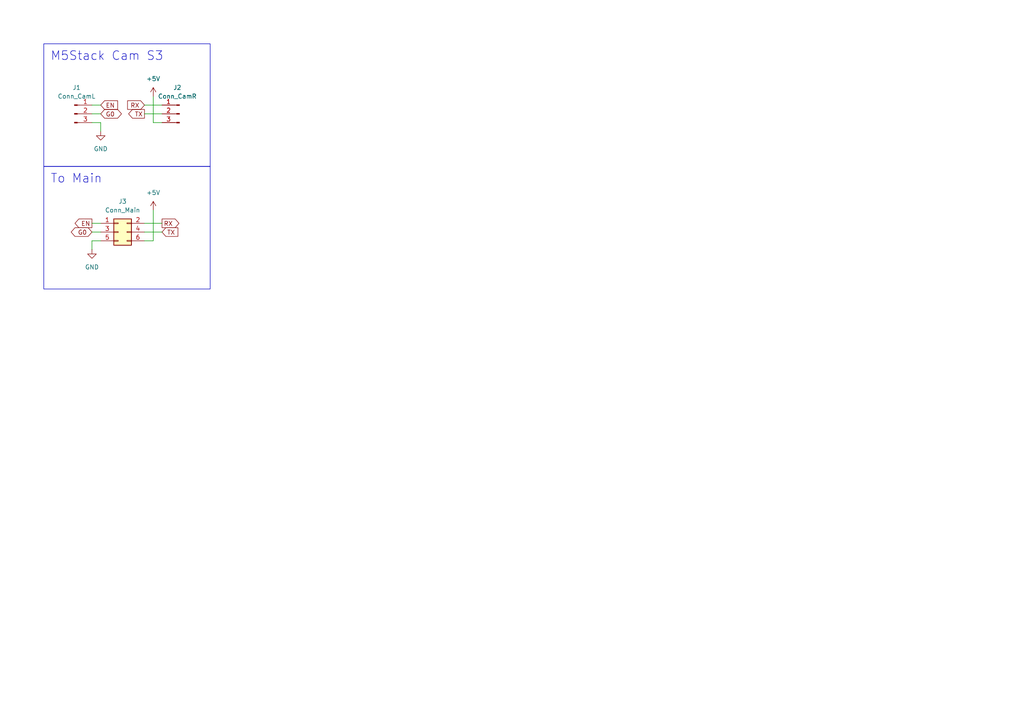
<source format=kicad_sch>
(kicad_sch (version 20231120) (generator "eeschema") (generator_version "8.0")
  (paper "A4")
  (lib_symbols
    (symbol "Connector:Conn_01x03_Pin" (pin_names (offset 1.016) hide)
      (property "Reference" "J" (at 0 5.08 0))
      (property "Value" "Conn_01x03_Pin" (at 0 -5.08 0))
      (symbol "Conn_01x03_Pin_1_1"
        (polyline (pts (xy 1.27 -2.54) (xy 0.8636 -2.54)) (stroke (width 0.1524)))
        (polyline (pts (xy 1.27 0) (xy 0.8636 0)) (stroke (width 0.1524)))
        (polyline (pts (xy 1.27 2.54) (xy 0.8636 2.54)) (stroke (width 0.1524)))
        (rectangle (start 0.8636 -2.413) (end 0 -2.667) (stroke (width 0.1524)) (fill (type outline)))
        (rectangle (start 0.8636 0.127) (end 0 -0.127) (stroke (width 0.1524)) (fill (type outline)))
        (rectangle (start 0.8636 2.667) (end 0 2.413) (stroke (width 0.1524)) (fill (type outline)))
        (pin passive line (at 5.08 2.54 180) (length 3.81) (name "Pin_1") (number "1"))
        (pin passive line (at 5.08 0 180) (length 3.81) (name "Pin_2") (number "2"))
        (pin passive line (at 5.08 -2.54 180) (length 3.81) (name "Pin_3") (number "3"))
      )
    )
    (symbol "Connector_Generic:Conn_02x03_Odd_Even" (pin_names (offset 1.016) hide)
      (property "Reference" "J" (at 1.27 5.08 0))
      (property "Value" "Conn_02x03_Odd_Even" (at 1.27 -5.08 0))
      (symbol "Conn_02x03_Odd_Even_1_1"
        (rectangle (start -1.27 -2.413) (end 0 -2.667) (stroke (width 0.1524)))
        (rectangle (start -1.27 0.127) (end 0 -0.127) (stroke (width 0.1524)))
        (rectangle (start -1.27 2.667) (end 0 2.413) (stroke (width 0.1524)))
        (rectangle (start -1.27 3.81) (end 3.81 -3.81) (stroke (width 0.254)) (fill (type background)))
        (rectangle (start 3.81 -2.413) (end 2.54 -2.667) (stroke (width 0.1524)))
        (rectangle (start 3.81 0.127) (end 2.54 -0.127) (stroke (width 0.1524)))
        (rectangle (start 3.81 2.667) (end 2.54 2.413) (stroke (width 0.1524)))
        (pin passive line (at -5.08 2.54 0) (length 3.81) (name "Pin_1") (number "1"))
        (pin passive line (at 7.62 2.54 180) (length 3.81) (name "Pin_2") (number "2"))
        (pin passive line (at -5.08 0 0) (length 3.81) (name "Pin_3") (number "3"))
        (pin passive line (at 7.62 0 180) (length 3.81) (name "Pin_4") (number "4"))
        (pin passive line (at -5.08 -2.54 0) (length 3.81) (name "Pin_5") (number "5"))
        (pin passive line (at 7.62 -2.54 180) (length 3.81) (name "Pin_6") (number "6"))
      )
    )
    (symbol "power:+5V" (power) (pin_numbers hide) (pin_names (offset 0) hide)
      (property "Value" "+5V" (at 0 3.556 0))
      (symbol "+5V_0_1"
        (polyline (pts (xy -0.762 1.27) (xy 0 2.54)))
        (polyline (pts (xy 0 0) (xy 0 2.54)))
        (polyline (pts (xy 0 2.54) (xy 0.762 1.27)))
      )
      (symbol "+5V_1_1"
        (pin power_in line (at 0 0 90) (length 0) (name "~") (number "1"))
      )
    )
    (symbol "power:GND" (power) (pin_numbers hide) (pin_names (offset 0) hide)
      (property "Value" "GND" (at 0 -3.81 0))
      (symbol "GND_0_1"
        (polyline (pts (xy 0 0) (xy 0 -1.27) (xy 1.27 -1.27) (xy 0 -2.54) (xy -1.27 -1.27) (xy 0 -1.27)))
      )
      (symbol "GND_1_1"
        (pin power_in line (at 0 0 270) (length 0) (name "~") (number "1"))
      )
    )
  )
  (wire (pts (xy 29.21 69.85) (xy 26.67 69.85)))
  (wire (pts (xy 26.67 33.02) (xy 29.21 33.02)))
  (wire (pts (xy 41.91 33.02) (xy 46.99 33.02)))
  (wire (pts (xy 44.45 60.96) (xy 44.45 69.85)))
  (wire (pts (xy 41.91 30.48) (xy 46.99 30.48)))
  (wire (pts (xy 41.91 69.85) (xy 44.45 69.85)))
  (wire (pts (xy 26.67 67.31) (xy 29.21 67.31)))
  (wire (pts (xy 46.99 35.56) (xy 44.45 35.56)))
  (wire (pts (xy 44.45 27.94) (xy 44.45 35.56)))
  (wire (pts (xy 41.91 67.31) (xy 46.99 67.31)))
  (wire (pts (xy 26.67 30.48) (xy 29.21 30.48)))
  (wire (pts (xy 26.67 69.85) (xy 26.67 72.39)))
  (wire (pts (xy 41.91 64.77) (xy 46.99 64.77)))
  (wire (pts (xy 26.67 64.77) (xy 29.21 64.77)))
  (wire (pts (xy 26.67 35.56) (xy 29.21 35.56)))
  (wire (pts (xy 29.21 35.56) (xy 29.21 38.1)))
  (text_box "M5Stack Cam S3" (at 12.7 12.7 0) (size 48.26 35.56) (effects (font (size 2.54 2.54)) (justify left top)))
  (text_box "To Main" (at 12.7 48.26 0) (size 48.26 35.56) (effects (font (size 2.54 2.54)) (justify left top)))
  (global_label "EN" (shape output) (at 26.67 64.77 180) (property "Intersheetrefs" "${INTERSHEET_REFS}" (effects (hide yes))))
  (global_label "G0" (shape bidirectional) (at 26.67 67.31 180) (property "Intersheetrefs" "${INTERSHEET_REFS}" (effects (hide yes))))
  (global_label "RX" (shape output) (at 46.99 64.77 0) (property "Intersheetrefs" "${INTERSHEET_REFS}" (effects (hide yes))))
  (global_label "RX" (shape input) (at 41.91 30.48 180) (property "Intersheetrefs" "${INTERSHEET_REFS}" (effects (hide yes))))
  (global_label "TX" (shape output) (at 41.91 33.02 180) (property "Intersheetrefs" "${INTERSHEET_REFS}" (effects (hide yes))))
  (global_label "G0" (shape bidirectional) (at 29.21 33.02 0) (property "Intersheetrefs" "${INTERSHEET_REFS}" (effects (hide yes))))
  (global_label "EN" (shape input) (at 29.21 30.48 0) (property "Intersheetrefs" "${INTERSHEET_REFS}" (effects (hide yes))))
  (global_label "TX" (shape input) (at 46.99 67.31 0) (property "Intersheetrefs" "${INTERSHEET_REFS}" (effects (hide yes))))
  (symbol (lib_id "power:+5V") (at 44.45 60.96 0) (unit 1)
    (property "Reference" "#PWR03" (effects (hide yes)))
    (property "Value" "+5V" (at 44.45 55.88 0))
    (property "Description" "Power symbol creates a global label with name \"+5V\"" (effects (hide yes)))
  )
  (symbol (lib_id "power:+5V") (at 44.45 27.94 0) (unit 1)
    (property "Reference" "#PWR01" (effects (hide yes)))
    (property "Value" "+5V" (at 44.45 22.86 0))
    (property "Description" "Power symbol creates a global label with name \"+5V\"" (effects (hide yes)))
  )
  (symbol (lib_id "Connector:Conn_01x03_Pin") (at 52.07 33.02 0) (mirror y) (unit 1)
    (property "Reference" "J2" (at 51.435 25.4 0))
    (property "Value" "Conn_CamR" (at 51.435 27.94 0))
    (property "Footprint" "Connector_PinHeader_2.54mm:PinHeader_1x03_P2.54mm_Vertical" (effects (hide yes)))
    (property "Description" "Generic connector, single row, 01x03, script generated" (effects (hide yes)))
  )
  (symbol (lib_id "Connector_Generic:Conn_02x03_Odd_Even") (at 34.29 67.31 0) (unit 1)
    (property "Reference" "J3" (at 35.56 58.42 0))
    (property "Value" "Conn_Main" (at 35.56 60.96 0))
    (property "Footprint" "Connector_PinHeader_2.54mm:PinHeader_2x03_P2.54mm_Vertical" (effects (hide yes)))
    (property "Description" "Generic connector, double row, 02x03, odd/even pin numbering scheme (row 1 odd numbers, row 2 even numbers), script generated (kicad-library-utils/schlib/autogen/connector/)" (effects (hide yes)))
  )
  (symbol (lib_id "Connector:Conn_01x03_Pin") (at 21.59 33.02 0) (unit 1)
    (property "Reference" "J1" (at 22.225 25.4 0))
    (property "Value" "Conn_CamL" (at 22.225 27.94 0))
    (property "Footprint" "Connector_PinHeader_2.54mm:PinHeader_1x03_P2.54mm_Vertical" (effects (hide yes)))
    (property "Description" "Generic connector, single row, 01x03, script generated" (effects (hide yes)))
  )
  (symbol (lib_id "power:GND") (at 29.21 38.1 0) (unit 1)
    (property "Reference" "#PWR02" (effects (hide yes)))
    (property "Value" "GND" (at 29.21 43.18 0))
    (property "Description" "Power symbol creates a global label with name \"GND\" , ground" (effects (hide yes)))
  )
  (symbol (lib_id "power:GND") (at 26.67 72.39 0) (unit 1)
    (property "Reference" "#PWR04" (effects (hide yes)))
    (property "Value" "GND" (at 26.67 77.47 0))
    (property "Description" "Power symbol creates a global label with name \"GND\" , ground" (effects (hide yes)))
  )
)
</source>
